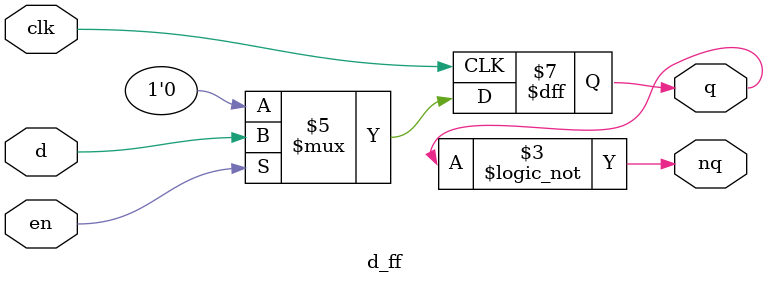
<source format=v>
module d_ff(en, d, clk, q, nq);
input en, d, clk;
output q, nq;
reg q;
wire nq;
always @(posedge clk)
begin
    if (en == 1) q <= d;
    else q <= 0;
end
assign nq = !q;
endmodule 
</source>
